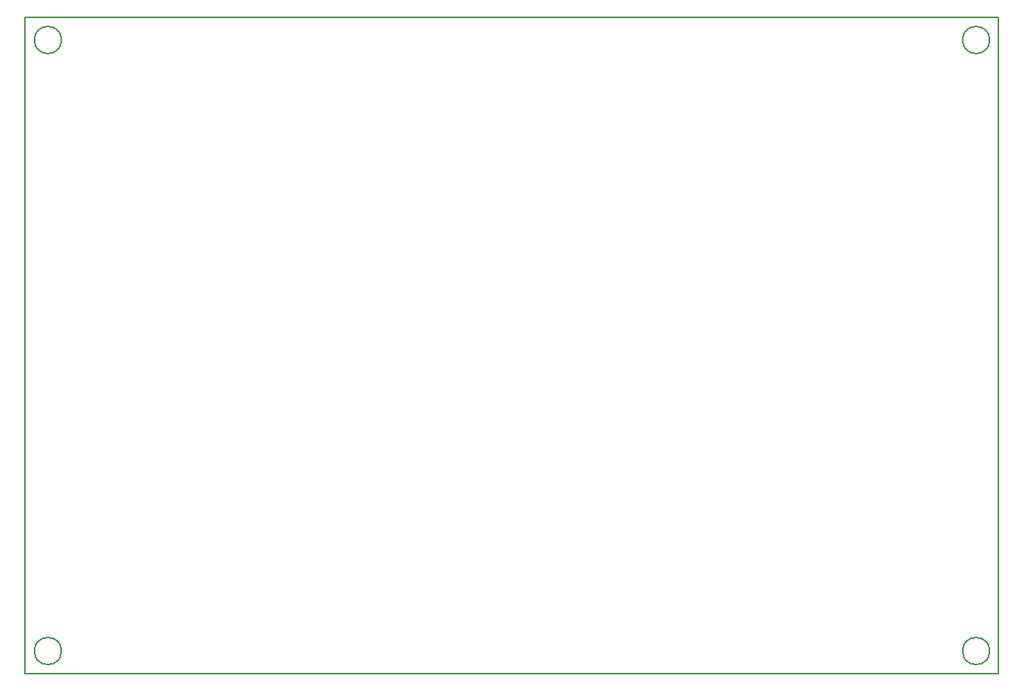
<source format=gm1>
%TF.GenerationSoftware,KiCad,Pcbnew,7.0.2*%
%TF.CreationDate,2023-07-27T00:00:23+05:00*%
%TF.ProjectId,id4,6964342e-6b69-4636-9164-5f7063625858,1*%
%TF.SameCoordinates,Original*%
%TF.FileFunction,Profile,NP*%
%FSLAX46Y46*%
G04 Gerber Fmt 4.6, Leading zero omitted, Abs format (unit mm)*
G04 Created by KiCad (PCBNEW 7.0.2) date 2023-07-27 00:00:23*
%MOMM*%
%LPD*%
G01*
G04 APERTURE LIST*
%TA.AperFunction,Profile*%
%ADD10C,0.150000*%
%TD*%
%TA.AperFunction,Profile*%
%ADD11C,0.200000*%
%TD*%
G04 APERTURE END LIST*
D10*
X120904000Y-55880000D02*
G75*
G03*
X120904000Y-55880000I-1524000J0D01*
G01*
X225044000Y-124460000D02*
G75*
G03*
X225044000Y-124460000I-1524000J0D01*
G01*
X120904000Y-124460000D02*
G75*
G03*
X120904000Y-124460000I-1524000J0D01*
G01*
D11*
X116840000Y-53340000D02*
X226060000Y-53340000D01*
X226060000Y-127000000D01*
X116840000Y-127000000D01*
X116840000Y-53340000D01*
D10*
X225044000Y-55880000D02*
G75*
G03*
X225044000Y-55880000I-1524000J0D01*
G01*
M02*

</source>
